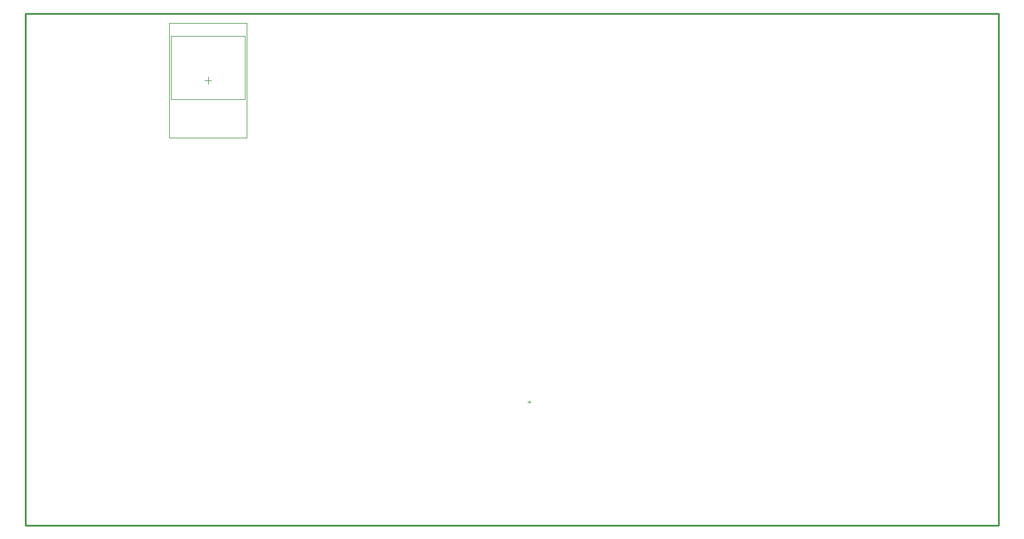
<source format=gbp>
%FSTAX23Y23*%
%MOIN*%
%SFA1B1*%

%IPPOS*%
%ADD27C,0.003937*%
%ADD28C,0.010000*%
%LNdesafio_hardware_firmware_nathania-1*%
%LPD*%
G54D27*
X04342Y02806D02*
X04357D01*
X0435Y02798D02*
Y02813D01*
X02332Y04513D02*
X02747D01*
X02332Y04868D02*
X02747D01*
X02332Y04513D02*
Y04868D01*
X02747Y04513D02*
Y04868D01*
X02321Y04295D02*
X02758D01*
X02321Y04944D02*
X02758D01*
X02321Y04295D02*
Y04944D01*
X02758Y04295D02*
Y04944D01*
X0254Y046D02*
Y04639D01*
X0252Y0462D02*
X02559D01*
G54D28*
X0151Y04995D02*
X06995D01*
Y0211D02*
Y04995D01*
X0151Y0211D02*
X06995D01*
X0151D02*
Y04995D01*
M02*
</source>
